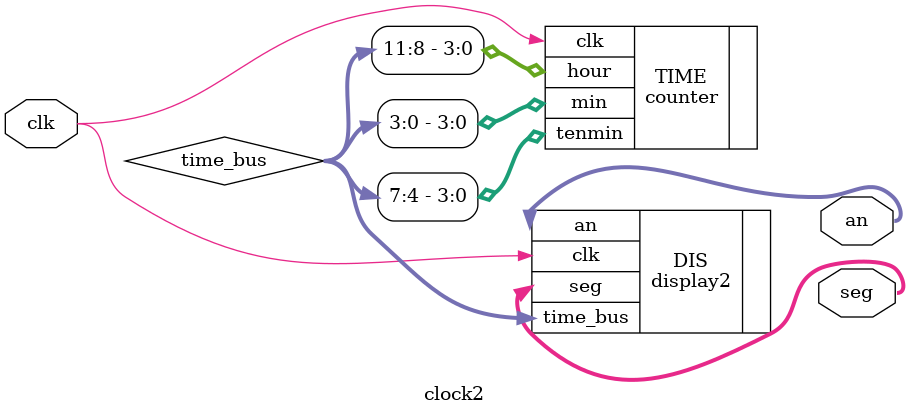
<source format=v>
`timescale 1ns / 1ps


module clock2(
    input clk,
    output [3:0] an,
    output [6:0] seg
    );
wire [11:0]time_bus;
display2 DIS
        (
    .clk(clk),
    .an(an),
    .seg(seg),
    .time_bus(time_bus)
        );
counter TIME
        (
    .clk(clk),
    .hour(time_bus[11:8]),
    .tenmin(time_bus[7:4]),
    .min(time_bus[3:0])
        );
endmodule

</source>
